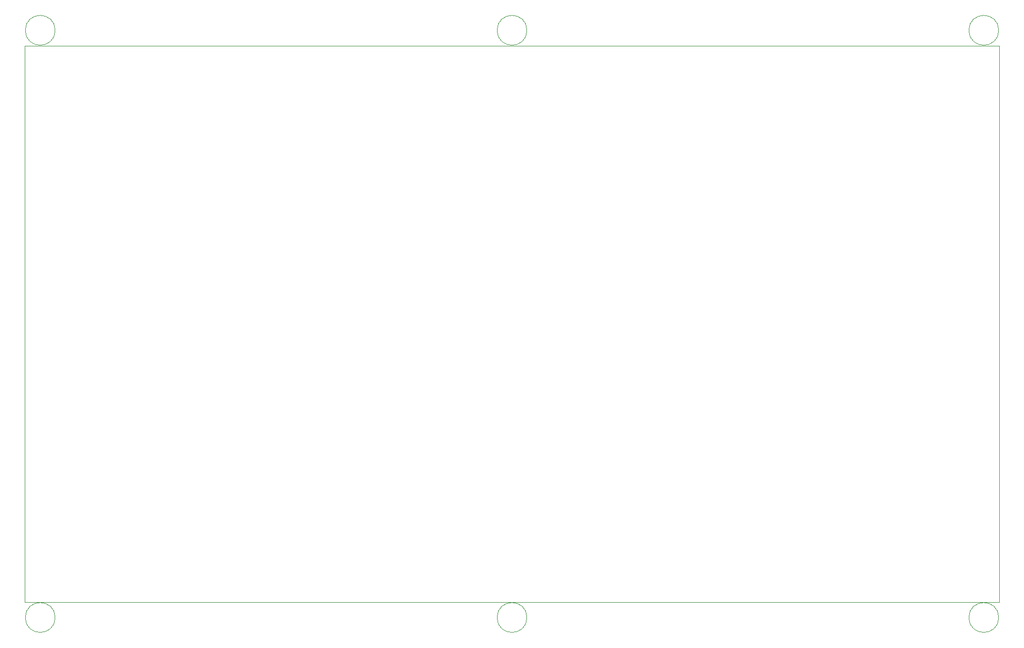
<source format=gbr>
%TF.GenerationSoftware,KiCad,Pcbnew,5.1.5-1.fc31*%
%TF.CreationDate,2020-02-21T03:24:36+01:00*%
%TF.ProjectId,board-35x62-2.54mm,626f6172-642d-4333-9578-36322d322e35,1.0*%
%TF.SameCoordinates,PX37b6b20PY8404630*%
%TF.FileFunction,Other,User*%
%FSLAX46Y46*%
G04 Gerber Fmt 4.6, Leading zero omitted, Abs format (unit mm)*
G04 Created by KiCad (PCBNEW 5.1.5-1.fc31) date 2020-02-21 03:24:36*
%MOMM*%
%LPD*%
G04 APERTURE LIST*
%ADD10C,0.120000*%
%ADD11C,0.050000*%
G04 APERTURE END LIST*
D10*
X0Y5080000D02*
X0Y96520000D01*
X160020000Y5080000D02*
X0Y5080000D01*
X160020000Y96520000D02*
X160020000Y5080000D01*
X0Y96520000D02*
X160020000Y96520000D01*
D11*
X82460000Y99060000D02*
G75*
G03X82460000Y99060000I-2450000J0D01*
G01*
X82460000Y2540000D02*
G75*
G03X82460000Y2540000I-2450000J0D01*
G01*
X159930000Y2540000D02*
G75*
G03X159930000Y2540000I-2450000J0D01*
G01*
X4990000Y2540000D02*
G75*
G03X4990000Y2540000I-2450000J0D01*
G01*
X159930000Y99060000D02*
G75*
G03X159930000Y99060000I-2450000J0D01*
G01*
X4990000Y99060000D02*
G75*
G03X4990000Y99060000I-2450000J0D01*
G01*
M02*

</source>
